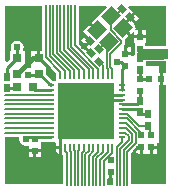
<source format=gtl>
%FSLAX24Y24*%
%MOIN*%
G70*
G01*
G75*
G04 Layer_Physical_Order=1*
G04 Layer_Color=255*
%ADD10R,0.0197X0.0256*%
%ADD11R,0.0197X0.0236*%
%ADD12R,0.0236X0.0197*%
%ADD13R,0.0217X0.0236*%
G04:AMPARAMS|DCode=14|XSize=19.7mil|YSize=23.6mil|CornerRadius=0mil|HoleSize=0mil|Usage=FLASHONLY|Rotation=225.000|XOffset=0mil|YOffset=0mil|HoleType=Round|Shape=Rectangle|*
%AMROTATEDRECTD14*
4,1,4,-0.0014,0.0153,0.0153,-0.0014,0.0014,-0.0153,-0.0153,0.0014,-0.0014,0.0153,0.0*
%
%ADD14ROTATEDRECTD14*%

%ADD15R,0.0315X0.0295*%
%ADD16R,0.1850X0.1850*%
%ADD17O,0.0079X0.0256*%
%ADD18O,0.0256X0.0079*%
G04:AMPARAMS|DCode=19|XSize=47.2mil|YSize=43.3mil|CornerRadius=0mil|HoleSize=0mil|Usage=FLASHONLY|Rotation=225.000|XOffset=0mil|YOffset=0mil|HoleType=Round|Shape=Rectangle|*
%AMROTATEDRECTD19*
4,1,4,0.0014,0.0320,0.0320,0.0014,-0.0014,-0.0320,-0.0320,-0.0014,0.0014,0.0320,0.0*
%
%ADD19ROTATEDRECTD19*%

%ADD20R,0.0295X0.0315*%
%ADD21R,0.0400X0.0370*%
%ADD22C,0.0090*%
%ADD23C,0.0080*%
%ADD24C,0.0060*%
%ADD25C,0.0370*%
%ADD26C,0.0150*%
%ADD27C,0.0240*%
%ADD28C,0.0260*%
G36*
X-1008Y1281D02*
X-1008Y1280D01*
Y1102D01*
X-997Y1048D01*
X-1025Y1025D01*
D01*
D01*
D01*
D01*
X-1025Y1025D01*
X-1025Y1025D01*
D01*
D01*
X-1048Y997D01*
X-1102Y1008D01*
X-1124D01*
X-1333Y1217D01*
Y1492D01*
D01*
Y1492D01*
X-1333Y1492D01*
Y1528D01*
X-1333D01*
Y1540D01*
X-1286Y1559D01*
X-1008Y1281D01*
D02*
G37*
G36*
X-1473Y2023D02*
X-1540D01*
Y1776D01*
X-1590D01*
Y1726D01*
X-1847D01*
Y1528D01*
X-1847Y1528D01*
X-1847Y1492D01*
X-1847D01*
Y1463D01*
X-1886Y1432D01*
X-1950Y1444D01*
X-2004Y1434D01*
X-2043Y1465D01*
Y1492D01*
D01*
Y1492D01*
X-2043Y1492D01*
Y1528D01*
X-2043D01*
Y2023D01*
X-2067D01*
X-2099Y2062D01*
X-2086Y2130D01*
X-2103Y2216D01*
X-2151Y2289D01*
X-2224Y2337D01*
X-2310Y2354D01*
X-2396Y2337D01*
X-2469Y2289D01*
X-2517Y2216D01*
X-2534Y2130D01*
X-2521Y2062D01*
X-2553Y2023D01*
X-2557D01*
Y1742D01*
X-2651Y1648D01*
X-2697Y1667D01*
Y3526D01*
X-1473D01*
Y2023D01*
D02*
G37*
G36*
X2668Y1288D02*
X2547D01*
Y1090D01*
Y892D01*
X2668D01*
Y-2427D01*
X1503D01*
Y-1397D01*
X1595Y-1304D01*
X1642Y-1324D01*
Y-1415D01*
X1790D01*
Y-1197D01*
X1890D01*
Y-1415D01*
X2120D01*
Y-1197D01*
X2170D01*
Y-1147D01*
X2368D01*
Y-1070D01*
X2430D01*
Y892D01*
X2447D01*
Y1090D01*
Y1288D01*
X2430D01*
Y1500D01*
X1990D01*
Y1674D01*
X2510D01*
X2534Y1679D01*
X2668D01*
Y1288D01*
D02*
G37*
G36*
X-2226Y-880D02*
X-2234Y-920D01*
X-2217Y-1006D01*
X-2169Y-1079D01*
X-2096Y-1127D01*
X-2010Y-1144D01*
X-1995Y-1141D01*
X-1948D01*
X-1918Y-1165D01*
Y-1267D01*
X-1522D01*
Y-1141D01*
Y-1014D01*
X-1181D01*
X-1152Y-1008D01*
X-1102D01*
D01*
X-1025Y-1025D01*
D01*
D01*
D01*
D01*
X-997Y-1048D01*
D01*
D01*
X-997Y-1048D01*
X-1008Y-1102D01*
Y-1141D01*
X-866D01*
Y-1191D01*
X-851D01*
Y-1280D01*
X-840Y-1334D01*
X-837Y-1338D01*
X-831Y-1368D01*
X-816Y-1390D01*
Y-1412D01*
X-812Y-1411D01*
X-808Y-1408D01*
X-802Y-1411D01*
X-802Y-1411D01*
X-802Y-1411D01*
X-762Y-1451D01*
Y-2427D01*
X-2697D01*
Y-841D01*
X-2258D01*
X-2226Y-880D01*
D02*
G37*
G36*
X860Y-2235D02*
X877D01*
Y-2427D01*
X713D01*
Y-2235D01*
X760D01*
Y-2017D01*
X860D01*
Y-2235D01*
D02*
G37*
G36*
X2668Y2169D02*
X2534D01*
X2510Y2174D01*
X1948D01*
Y2269D01*
X1988D01*
Y2437D01*
X1592D01*
Y2269D01*
X1632D01*
Y1981D01*
X1620Y1924D01*
X1625Y1899D01*
X1594Y1860D01*
X1488D01*
Y1867D01*
X1290D01*
Y1967D01*
X1488D01*
Y2135D01*
X1278D01*
X1259Y2181D01*
X1264Y2186D01*
X1292Y2229D01*
X1303Y2280D01*
Y2360D01*
X1303Y2360D01*
X1303Y2360D01*
Y2360D01*
X1303D01*
X1303Y2360D01*
X1293Y2406D01*
X1410Y2523D01*
X1186Y2746D01*
X1257Y2817D01*
X1481Y2593D01*
X1545Y2658D01*
X1592Y2639D01*
Y2537D01*
X1740D01*
Y2705D01*
X1658D01*
X1639Y2751D01*
X1683Y2796D01*
X1558Y2921D01*
X1578Y2941D01*
X1424Y3095D01*
X1459Y3131D01*
X1424Y3166D01*
X1564Y3306D01*
X1445Y3425D01*
X1391Y3479D01*
X1410Y3526D01*
X2668D01*
Y2169D01*
D02*
G37*
G36*
X692Y3479D02*
X372Y3160D01*
Y3160D01*
X170Y2957D01*
X394Y2734D01*
X323Y2663D01*
X99Y2887D01*
X-103Y2684D01*
X22Y2559D01*
X12Y2549D01*
X166Y2395D01*
X131Y2359D01*
X166Y2324D01*
X26Y2184D01*
X56Y2153D01*
X32Y2129D01*
X186Y1975D01*
X115Y1904D01*
X-39Y2058D01*
X-46Y2051D01*
X-247Y2253D01*
Y3526D01*
X673D01*
X692Y3479D01*
D02*
G37*
%LPC*%
G36*
X-1522Y-1367D02*
X-1670D01*
Y-1535D01*
X-1522D01*
Y-1367D01*
D02*
G37*
G36*
X-1770D02*
X-1918D01*
Y-1535D01*
X-1770D01*
Y-1367D01*
D02*
G37*
G36*
X1635Y3236D02*
X1530Y3131D01*
X1649Y3012D01*
X1754Y3117D01*
X1635Y3236D01*
D02*
G37*
G36*
X1988Y2705D02*
X1840D01*
Y2537D01*
X1988D01*
Y2705D01*
D02*
G37*
G36*
X-59Y2478D02*
X-164Y2373D01*
X-45Y2254D01*
X60Y2359D01*
X-59Y2478D01*
D02*
G37*
G36*
X-1640Y2023D02*
X-1847D01*
Y1826D01*
X-1640D01*
Y2023D01*
D02*
G37*
G36*
X2368Y-1247D02*
X2220D01*
Y-1415D01*
X2368D01*
Y-1247D01*
D02*
G37*
G36*
X-916Y-1241D02*
X-1008D01*
Y-1280D01*
X-997Y-1334D01*
X-967Y-1380D01*
X-921Y-1411D01*
X-916Y-1412D01*
Y-1241D01*
D02*
G37*
%LPD*%
D10*
X1790Y347D02*
D03*
Y-27D02*
D03*
X2070Y-103D02*
D03*
Y-477D02*
D03*
X1790Y1767D02*
D03*
Y1393D02*
D03*
X-2640Y773D02*
D03*
Y1147D02*
D03*
D11*
X1790Y1067D02*
D03*
Y673D02*
D03*
X2170Y-1197D02*
D03*
Y-803D02*
D03*
X1790Y2487D02*
D03*
Y2093D02*
D03*
X1290Y1917D02*
D03*
Y1523D02*
D03*
X-1720Y-1317D02*
D03*
Y-923D02*
D03*
X1840Y-1197D02*
D03*
Y-803D02*
D03*
D12*
X2497Y1090D02*
D03*
X2103D02*
D03*
D13*
X810Y-2017D02*
D03*
Y-1623D02*
D03*
D14*
X131Y2359D02*
D03*
X409Y2081D02*
D03*
X151Y1939D02*
D03*
X429Y1661D02*
D03*
X1459Y3131D02*
D03*
X1181Y3409D02*
D03*
D15*
X-1590Y1776D02*
D03*
Y1244D02*
D03*
X-2300Y1776D02*
D03*
Y1244D02*
D03*
D16*
X-0Y0D02*
D03*
D17*
X-866Y1191D02*
D03*
X-709D02*
D03*
X-551D02*
D03*
X-394D02*
D03*
X-236D02*
D03*
X-79D02*
D03*
X79D02*
D03*
X236D02*
D03*
X394D02*
D03*
X551D02*
D03*
X709D02*
D03*
X866D02*
D03*
Y-1191D02*
D03*
X709D02*
D03*
X551D02*
D03*
X394D02*
D03*
X236D02*
D03*
X79D02*
D03*
X-79D02*
D03*
X-236D02*
D03*
X-394D02*
D03*
X-551D02*
D03*
X-709D02*
D03*
X-866D02*
D03*
D18*
X1191Y866D02*
D03*
Y709D02*
D03*
Y551D02*
D03*
Y394D02*
D03*
Y236D02*
D03*
Y79D02*
D03*
Y-79D02*
D03*
Y-236D02*
D03*
Y-394D02*
D03*
Y-551D02*
D03*
Y-709D02*
D03*
Y-866D02*
D03*
X-1191D02*
D03*
Y-709D02*
D03*
Y-551D02*
D03*
Y-394D02*
D03*
Y-236D02*
D03*
Y-79D02*
D03*
Y79D02*
D03*
Y236D02*
D03*
Y394D02*
D03*
Y551D02*
D03*
Y709D02*
D03*
Y866D02*
D03*
D19*
X358Y2698D02*
D03*
X748Y2308D02*
D03*
X832Y3171D02*
D03*
X1221Y2782D02*
D03*
D20*
X-2306Y800D02*
D03*
X-1774D02*
D03*
D21*
X2510Y1924D02*
D03*
D22*
X1790Y1067D02*
Y1393D01*
X1793Y1070D02*
X2133D01*
X1181Y79D02*
X1684D01*
X1181Y236D02*
X1679D01*
X1790Y347D02*
Y683D01*
X1684Y79D02*
X1866Y-103D01*
X1679Y236D02*
X1790Y347D01*
X1866Y-103D02*
X2070D01*
X1790Y2487D02*
Y2840D01*
X-920Y-1482D02*
X-866Y-1428D01*
Y-1191D01*
X1290Y2150D02*
X1390Y2250D01*
X1290Y1917D02*
Y2150D01*
X-866Y-866D02*
X0Y0D01*
X-866Y-1181D02*
Y-866D01*
X551Y551D02*
X1181D01*
X394Y394D02*
X1181D01*
X-1699Y709D02*
X-1181Y709D01*
X-1770Y780D02*
X-1699Y709D01*
X1181Y1414D02*
X1290Y1523D01*
X1181Y709D02*
Y1414D01*
X-1996Y-866D02*
X-1181D01*
X-2310Y1780D02*
Y2130D01*
X-2630Y783D02*
X-2313D01*
X-2640Y1147D02*
Y1450D01*
X-2310Y1780D01*
X1221Y2782D02*
Y2893D01*
X1459Y3131D01*
X1020Y1650D02*
X1163D01*
X1290Y1523D01*
X-1545Y1220D02*
X-1191Y866D01*
X-1950Y1220D02*
X-1545D01*
X-2310Y1240D02*
Y1310D01*
X1410Y2250D02*
Y2593D01*
X1221Y2782D02*
X1410Y2593D01*
X1390Y2250D02*
X1410D01*
X1420D01*
X1706Y-1197D02*
X1840D01*
X1590Y-1313D02*
X1706Y-1197D01*
X1590Y-1420D02*
Y-1313D01*
X-1590Y1776D02*
X-1215Y1425D01*
D23*
X1181Y-79D02*
X1368D01*
X1766Y-477D01*
X2070D02*
X2120Y-527D01*
Y-803D02*
Y-527D01*
X1766Y-477D02*
X2070D01*
X429Y1661D02*
X551Y1539D01*
Y1181D02*
Y1539D01*
D24*
X1010Y-2440D02*
Y-1193D01*
X1130Y-2440D02*
Y-1243D01*
X1250Y-2440D02*
Y-1293D01*
X1370Y-2440D02*
Y-1342D01*
X-394Y-1191D02*
Y-1181D01*
X-79Y-1191D02*
Y-1181D01*
X79Y-1321D02*
Y-1191D01*
X79D02*
Y-1181D01*
X236Y-1333D02*
Y-1191D01*
X236D02*
Y-1181D01*
X394Y-1346D02*
Y-1191D01*
X394D02*
Y-1181D01*
X220Y-1519D02*
X394Y-1346D01*
X220Y-2440D02*
Y-1519D01*
X551Y-1358D02*
Y-1191D01*
X340Y-2440D02*
Y-1569D01*
X551Y-1191D02*
Y-1181D01*
X340Y-1569D02*
X551Y-1358D01*
X709Y-1371D02*
Y-1191D01*
X460Y-2440D02*
Y-1619D01*
X709Y-1191D02*
Y-1181D01*
X460Y-1619D02*
X709Y-1371D01*
X866Y-1383D02*
Y-1191D01*
X866D02*
Y-1181D01*
X580Y-2440D02*
Y-1669D01*
X866Y-1383D01*
X-79Y-1308D02*
Y-1191D01*
X91Y-2440D02*
Y-1478D01*
X236Y-1333D01*
X-29Y-2440D02*
Y-1428D01*
X79Y-1321D01*
X-150Y-2440D02*
Y-1379D01*
X-79Y-1308D01*
X-270Y-1329D02*
X-236Y-1296D01*
X-270Y-2440D02*
Y-1329D01*
X-236Y-1296D02*
Y-1191D01*
X-394Y-1278D02*
Y-1191D01*
Y-1278D02*
X-390Y-1282D01*
Y-2440D02*
Y-1282D01*
X-551Y-1305D02*
Y-1191D01*
Y-1305D02*
X-510Y-1347D01*
Y-2440D02*
Y-1347D01*
X-709Y-1317D02*
Y-1191D01*
Y-1317D02*
X-630Y-1396D01*
Y-2440D02*
Y-1396D01*
X-709Y-1191D02*
Y-1181D01*
X-2700Y-709D02*
X-1181D01*
X-2700Y-551D02*
X-1181D01*
X-2700Y-394D02*
X-1181D01*
X-2700Y-236D02*
X-1181D01*
X-2700Y-79D02*
X-1181D01*
X-2700Y79D02*
X-1181D01*
X-2700Y236D02*
X-1181D01*
X-2700Y394D02*
X-1181D01*
X1181Y-1022D02*
Y-866D01*
X-2700Y550D02*
X-1220D01*
X1010Y-1193D02*
X1181Y-1022D01*
X-709Y1181D02*
Y1339D01*
X-551Y1181D02*
Y1351D01*
X-394Y1181D02*
Y1363D01*
X-236Y1181D02*
Y1375D01*
X-79Y1181D02*
Y1388D01*
X79Y1181D02*
Y1400D01*
X236Y1181D02*
Y1412D01*
X394Y1181D02*
Y1424D01*
X-866Y1181D02*
Y1326D01*
X-1340Y1800D02*
X-866Y1326D01*
X-1340Y1800D02*
Y3533D01*
X-1220Y1850D02*
X-709Y1339D01*
X-1220Y1850D02*
Y3533D01*
X-1100Y1900D02*
X-551Y1351D01*
X-1100Y1900D02*
Y3533D01*
X-980Y1949D02*
X-394Y1363D01*
X-980Y1949D02*
Y3533D01*
X-860Y1999D02*
X-236Y1375D01*
X-860Y1999D02*
Y3533D01*
X-740Y2049D02*
X-79Y1388D01*
X-740Y2049D02*
Y3533D01*
X-620Y2099D02*
X79Y1400D01*
X-620Y2099D02*
Y3533D01*
X-500Y2148D02*
X236Y1412D01*
X-500Y2148D02*
Y3533D01*
X-380Y2198D02*
X394Y1424D01*
X-380Y2198D02*
Y3533D01*
X810Y2720D02*
X1170Y2360D01*
X810Y2720D02*
Y3038D01*
X1181Y3409D01*
X409Y2081D02*
X618Y2290D01*
X1170Y2280D02*
Y2360D01*
X618Y2290D02*
X709D01*
X709Y1191D02*
Y1411D01*
X709Y1181D02*
Y1191D01*
Y2269D02*
Y2290D01*
Y2269D02*
X748Y2308D01*
X681Y2241D02*
X709Y2269D01*
X681Y1439D02*
X709Y1411D01*
X681Y1439D02*
Y2241D01*
X866Y1191D02*
Y1424D01*
X801Y1489D02*
X866Y1424D01*
X801Y1489D02*
Y1911D01*
X1170Y2280D01*
X1181Y-709D02*
X1305D01*
X1409Y-964D02*
Y-813D01*
X1130Y-1243D02*
X1409Y-964D01*
X1305Y-709D02*
X1409Y-813D01*
X1181Y-551D02*
X1317D01*
X1250Y-1293D02*
X1529Y-1014D01*
Y-763D01*
X1317Y-551D02*
X1529Y-763D01*
X1181Y-394D02*
X1329D01*
X1370Y-1342D02*
X1649Y-1064D01*
Y-713D01*
X1329Y-394D02*
X1649Y-713D01*
X1181Y-236D02*
X1342D01*
X1840Y-735D01*
Y-803D02*
Y-735D01*
D25*
X1870Y1924D02*
X2510D01*
D26*
X-2300Y1244D02*
X-1769Y1776D01*
X-1590D01*
D27*
X2550Y700D02*
D03*
X-880Y-2310D02*
D03*
X1620D02*
D03*
X2550D02*
D03*
X790Y-2342D02*
D03*
X2550Y2290D02*
D03*
Y1550D02*
D03*
X1730Y2880D02*
D03*
X-2610Y2130D02*
D03*
X2070Y3400D02*
D03*
X-2580Y3410D02*
D03*
X-2020Y-1320D02*
D03*
X1410Y2250D02*
D03*
X-1120Y-1200D02*
D03*
X1020Y1650D02*
D03*
X-70Y2190D02*
D03*
X-2010Y-920D02*
D03*
X-1590Y2130D02*
D03*
X1620Y-1480D02*
D03*
X2550Y-1480D02*
D03*
X-1950Y1220D02*
D03*
X-2310Y2130D02*
D03*
X40Y2980D02*
D03*
X-1590Y3410D02*
D03*
X-2580Y-2310D02*
D03*
X-2580Y-960D02*
D03*
X-1200Y1290D02*
D03*
D28*
X709Y-709D02*
D03*
X236D02*
D03*
X-236D02*
D03*
X-709D02*
D03*
X709Y-236D02*
D03*
X236D02*
D03*
X-236D02*
D03*
X-709D02*
D03*
X709Y236D02*
D03*
X236D02*
D03*
X-236D02*
D03*
X-709D02*
D03*
X709Y709D02*
D03*
X236D02*
D03*
X-236D02*
D03*
X-709D02*
D03*
M02*

</source>
